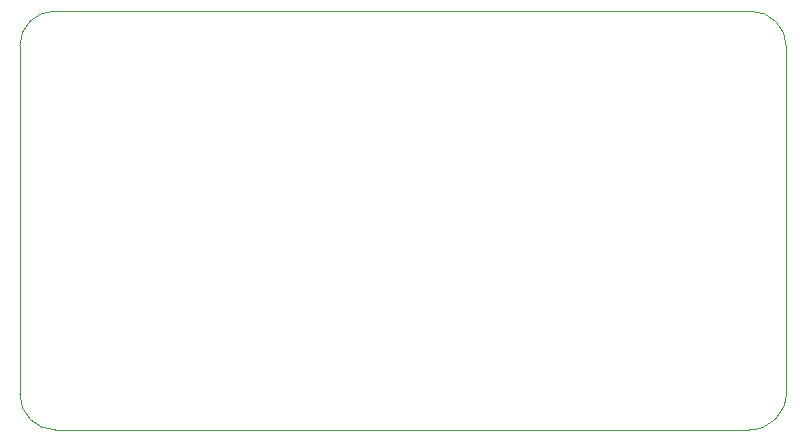
<source format=gbr>
%TF.GenerationSoftware,KiCad,Pcbnew,7.0.8-7.0.8~ubuntu22.04.1*%
%TF.CreationDate,2023-10-19T14:38:34-05:00*%
%TF.ProjectId,rm3100Remote,726d3331-3030-4526-956d-6f74652e6b69,0.0.5*%
%TF.SameCoordinates,Original*%
%TF.FileFunction,Profile,NP*%
%FSLAX46Y46*%
G04 Gerber Fmt 4.6, Leading zero omitted, Abs format (unit mm)*
G04 Created by KiCad (PCBNEW 7.0.8-7.0.8~ubuntu22.04.1) date 2023-10-19 14:38:34*
%MOMM*%
%LPD*%
G01*
G04 APERTURE LIST*
%TA.AperFunction,Profile*%
%ADD10C,0.100000*%
%TD*%
G04 APERTURE END LIST*
D10*
X-33758800Y39419578D02*
G75*
G03*
X-30630078Y42548322I0J3128722D01*
G01*
X-92611749Y74869659D02*
G75*
G03*
X-95535459Y71945890I49J-2923759D01*
G01*
X-33758800Y39419600D02*
X-92518800Y39419600D01*
X-95528800Y42429600D02*
G75*
G03*
X-92518800Y39419600I3010000J0D01*
G01*
X-95535459Y42429600D02*
X-95535459Y71945890D01*
X-30630078Y71868322D02*
X-30630078Y42548322D01*
X-92618800Y74869600D02*
X-33636089Y74869600D01*
X-30636100Y71869600D02*
G75*
G03*
X-33636089Y74869600I-3000000J0D01*
G01*
M02*

</source>
